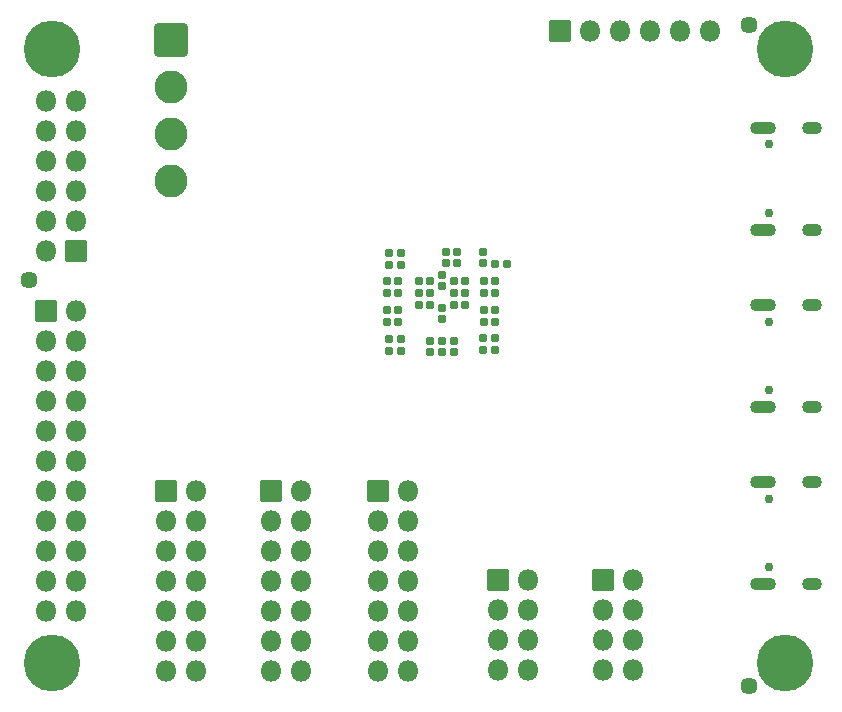
<source format=gbr>
%TF.GenerationSoftware,KiCad,Pcbnew,(5.99.0-10579-g11785b08fe)*%
%TF.CreationDate,2021-05-20T20:29:30+02:00*%
%TF.ProjectId,Mainboard,4d61696e-626f-4617-9264-2e6b69636164,1*%
%TF.SameCoordinates,Original*%
%TF.FileFunction,Soldermask,Bot*%
%TF.FilePolarity,Negative*%
%FSLAX46Y46*%
G04 Gerber Fmt 4.6, Leading zero omitted, Abs format (unit mm)*
G04 Created by KiCad (PCBNEW (5.99.0-10579-g11785b08fe)) date 2021-05-20 20:29:30*
%MOMM*%
%LPD*%
G01*
G04 APERTURE LIST*
G04 Aperture macros list*
%AMRoundRect*
0 Rectangle with rounded corners*
0 $1 Rounding radius*
0 $2 $3 $4 $5 $6 $7 $8 $9 X,Y pos of 4 corners*
0 Add a 4 corners polygon primitive as box body*
4,1,4,$2,$3,$4,$5,$6,$7,$8,$9,$2,$3,0*
0 Add four circle primitives for the rounded corners*
1,1,$1+$1,$2,$3*
1,1,$1+$1,$4,$5*
1,1,$1+$1,$6,$7*
1,1,$1+$1,$8,$9*
0 Add four rect primitives between the rounded corners*
20,1,$1+$1,$2,$3,$4,$5,0*
20,1,$1+$1,$4,$5,$6,$7,0*
20,1,$1+$1,$6,$7,$8,$9,0*
20,1,$1+$1,$8,$9,$2,$3,0*%
G04 Aperture macros list end*
%ADD10RoundRect,0.259260X-1.140740X1.140740X-1.140740X-1.140740X1.140740X-1.140740X1.140740X1.140740X0*%
%ADD11C,2.800000*%
%ADD12C,4.800000*%
%ADD13C,0.750000*%
%ADD14O,1.700000X1.100000*%
%ADD15O,2.200000X1.100000*%
%ADD16RoundRect,0.050000X-0.850000X-0.850000X0.850000X-0.850000X0.850000X0.850000X-0.850000X0.850000X0*%
%ADD17O,1.800000X1.800000*%
%ADD18RoundRect,0.050000X0.850000X0.850000X-0.850000X0.850000X-0.850000X-0.850000X0.850000X-0.850000X0*%
%ADD19RoundRect,0.050000X0.850000X-0.850000X0.850000X0.850000X-0.850000X0.850000X-0.850000X-0.850000X0*%
%ADD20C,1.448000*%
%ADD21RoundRect,0.165000X0.195000X-0.165000X0.195000X0.165000X-0.195000X0.165000X-0.195000X-0.165000X0*%
%ADD22RoundRect,0.165000X-0.165000X-0.195000X0.165000X-0.195000X0.165000X0.195000X-0.165000X0.195000X0*%
%ADD23RoundRect,0.165000X-0.195000X0.165000X-0.195000X-0.165000X0.195000X-0.165000X0.195000X0.165000X0*%
%ADD24RoundRect,0.165000X0.165000X0.195000X-0.165000X0.195000X-0.165000X-0.195000X0.165000X-0.195000X0*%
G04 APERTURE END LIST*
D10*
%TO.C,J2*%
X129050000Y-73282500D03*
D11*
X129050000Y-77242500D03*
X129050000Y-81202500D03*
X129050000Y-85162500D03*
%TD*%
D12*
%TO.C,H3*%
X181000000Y-74000000D03*
%TD*%
%TO.C,H4*%
X181000000Y-126000000D03*
%TD*%
%TO.C,H1*%
X119000000Y-74000000D03*
%TD*%
D13*
%TO.C,J101*%
X179645000Y-97110000D03*
X179645000Y-102890000D03*
D14*
X183325000Y-95680000D03*
X183325000Y-104320000D03*
D15*
X179145000Y-104320000D03*
X179145000Y-95680000D03*
%TD*%
D13*
%TO.C,J201*%
X179645000Y-112110000D03*
X179645000Y-117890000D03*
D14*
X183325000Y-119320000D03*
D15*
X179145000Y-110680000D03*
X179145000Y-119320000D03*
D14*
X183325000Y-110680000D03*
%TD*%
D13*
%TO.C,J501*%
X179645000Y-87890000D03*
X179645000Y-82110000D03*
D14*
X183325000Y-80680000D03*
D15*
X179145000Y-80680000D03*
D14*
X183325000Y-89320000D03*
D15*
X179145000Y-89320000D03*
%TD*%
D12*
%TO.C,H2*%
X119000000Y-126000000D03*
%TD*%
D16*
%TO.C,J611*%
X137540000Y-111430000D03*
D17*
X140080000Y-111430000D03*
X137540000Y-113970000D03*
X140080000Y-113970000D03*
X137540000Y-116510000D03*
X140080000Y-116510000D03*
X137540000Y-119050000D03*
X140080000Y-119050000D03*
X137540000Y-121590000D03*
X140080000Y-121590000D03*
X137540000Y-124130000D03*
X140080000Y-124130000D03*
X137540000Y-126670000D03*
X140080000Y-126670000D03*
%TD*%
D16*
%TO.C,J621*%
X128650000Y-111430000D03*
D17*
X131190000Y-111430000D03*
X128650000Y-113970000D03*
X131190000Y-113970000D03*
X128650000Y-116510000D03*
X131190000Y-116510000D03*
X128650000Y-119050000D03*
X131190000Y-119050000D03*
X128650000Y-121590000D03*
X131190000Y-121590000D03*
X128650000Y-124130000D03*
X131190000Y-124130000D03*
X128650000Y-126670000D03*
X131190000Y-126670000D03*
%TD*%
D16*
%TO.C,J702*%
X156740000Y-119010000D03*
D17*
X159280000Y-119010000D03*
X156740000Y-121550000D03*
X159280000Y-121550000D03*
X156740000Y-124090000D03*
X159280000Y-124090000D03*
X156740000Y-126630000D03*
X159280000Y-126630000D03*
%TD*%
D16*
%TO.C,J701*%
X165630000Y-119010000D03*
D17*
X168170000Y-119010000D03*
X165630000Y-121550000D03*
X168170000Y-121550000D03*
X165630000Y-124090000D03*
X168170000Y-124090000D03*
X165630000Y-126630000D03*
X168170000Y-126630000D03*
%TD*%
D16*
%TO.C,J601*%
X146580000Y-111430000D03*
D17*
X149120000Y-111430000D03*
X146580000Y-113970000D03*
X149120000Y-113970000D03*
X146580000Y-116510000D03*
X149120000Y-116510000D03*
X146580000Y-119050000D03*
X149120000Y-119050000D03*
X146580000Y-121590000D03*
X149120000Y-121590000D03*
X146580000Y-124130000D03*
X149120000Y-124130000D03*
X146580000Y-126670000D03*
X149120000Y-126670000D03*
%TD*%
D16*
%TO.C,J801*%
X118485000Y-96190000D03*
D17*
X121025000Y-96190000D03*
X118485000Y-98730000D03*
X121025000Y-98730000D03*
X118485000Y-101270000D03*
X121025000Y-101270000D03*
X118485000Y-103810000D03*
X121025000Y-103810000D03*
X118485000Y-106350000D03*
X121025000Y-106350000D03*
X118485000Y-108890000D03*
X121025000Y-108890000D03*
X118485000Y-111430000D03*
X121025000Y-111430000D03*
X118485000Y-113970000D03*
X121025000Y-113970000D03*
X118485000Y-116510000D03*
X121025000Y-116510000D03*
X118485000Y-119050000D03*
X121025000Y-119050000D03*
X118485000Y-121590000D03*
X121025000Y-121590000D03*
%TD*%
D18*
%TO.C,J4*%
X121030000Y-91110000D03*
D17*
X118490000Y-91110000D03*
X121030000Y-88570000D03*
X118490000Y-88570000D03*
X121030000Y-86030000D03*
X118490000Y-86030000D03*
X121030000Y-83490000D03*
X118490000Y-83490000D03*
X121030000Y-80950000D03*
X118490000Y-80950000D03*
X121030000Y-78410000D03*
X118490000Y-78410000D03*
%TD*%
D19*
%TO.C,J1*%
X162000000Y-72500000D03*
D17*
X164540000Y-72500000D03*
X167080000Y-72500000D03*
X169620000Y-72500000D03*
X172160000Y-72500000D03*
X174700000Y-72500000D03*
%TD*%
D20*
%TO.C,H6*%
X117000000Y-93625000D03*
%TD*%
%TO.C,H7*%
X178000000Y-128000000D03*
%TD*%
%TO.C,H5*%
X178000000Y-72000000D03*
%TD*%
D21*
%TO.C,C38*%
X147500000Y-92280000D03*
X147500000Y-91320000D03*
%TD*%
D22*
%TO.C,C47*%
X150020000Y-94700000D03*
X150980000Y-94700000D03*
%TD*%
D23*
%TO.C,C32*%
X153000000Y-98720000D03*
X153000000Y-99680000D03*
%TD*%
D22*
%TO.C,C34*%
X156520000Y-92200000D03*
X157480000Y-92200000D03*
%TD*%
D23*
%TO.C,C39*%
X148500000Y-98620000D03*
X148500000Y-99580000D03*
%TD*%
D21*
%TO.C,C49*%
X152000000Y-96880000D03*
X152000000Y-95920000D03*
%TD*%
D23*
%TO.C,C36*%
X147500000Y-98620000D03*
X147500000Y-99580000D03*
%TD*%
%TO.C,C30*%
X151000000Y-98720000D03*
X151000000Y-99680000D03*
%TD*%
D24*
%TO.C,C26*%
X148280000Y-93700000D03*
X147320000Y-93700000D03*
%TD*%
%TO.C,C25*%
X148280000Y-94700000D03*
X147320000Y-94700000D03*
%TD*%
D23*
%TO.C,C44*%
X152000000Y-93120000D03*
X152000000Y-94080000D03*
%TD*%
D21*
%TO.C,C33*%
X153300000Y-92180000D03*
X153300000Y-91220000D03*
%TD*%
D22*
%TO.C,C21*%
X155520000Y-97100000D03*
X156480000Y-97100000D03*
%TD*%
D23*
%TO.C,C40*%
X156500000Y-98520000D03*
X156500000Y-99480000D03*
%TD*%
D22*
%TO.C,C23*%
X155520000Y-94700000D03*
X156480000Y-94700000D03*
%TD*%
D24*
%TO.C,C27*%
X148280000Y-96100000D03*
X147320000Y-96100000D03*
%TD*%
D22*
%TO.C,C46*%
X150020000Y-95700000D03*
X150980000Y-95700000D03*
%TD*%
D24*
%TO.C,C28*%
X148280000Y-97100000D03*
X147320000Y-97100000D03*
%TD*%
D21*
%TO.C,C35*%
X155500000Y-92180000D03*
X155500000Y-91220000D03*
%TD*%
D24*
%TO.C,C45*%
X153980000Y-93700000D03*
X153020000Y-93700000D03*
%TD*%
%TO.C,C48*%
X153980000Y-94700000D03*
X153020000Y-94700000D03*
%TD*%
D23*
%TO.C,C31*%
X152000000Y-98720000D03*
X152000000Y-99680000D03*
%TD*%
D24*
%TO.C,C43*%
X153980000Y-95700000D03*
X153020000Y-95700000D03*
%TD*%
D22*
%TO.C,C22*%
X155520000Y-96100000D03*
X156480000Y-96100000D03*
%TD*%
D21*
%TO.C,C37*%
X148500000Y-92280000D03*
X148500000Y-91320000D03*
%TD*%
D22*
%TO.C,C24*%
X155520000Y-93700000D03*
X156480000Y-93700000D03*
%TD*%
D21*
%TO.C,C29*%
X152300000Y-92180000D03*
X152300000Y-91220000D03*
%TD*%
D22*
%TO.C,C42*%
X150020000Y-93700000D03*
X150980000Y-93700000D03*
%TD*%
D23*
%TO.C,C41*%
X155500000Y-98520000D03*
X155500000Y-99480000D03*
%TD*%
M02*

</source>
